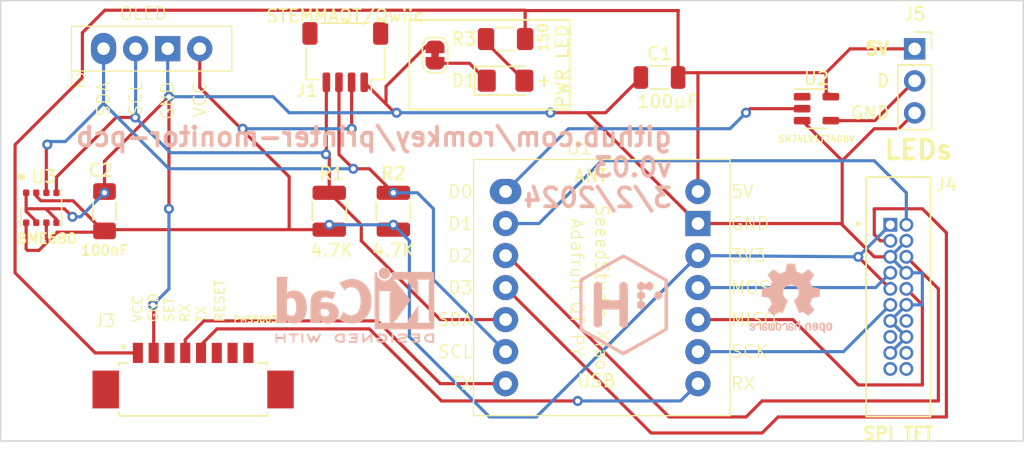
<source format=kicad_pcb>
(kicad_pcb (version 20240108) (generator "pcbnew") (generator_version "8.0")
  (layers (0 "F.Cu" signal) (31 "B.Cu" signal) (34 "B.Paste" user) (35 "F.Paste" user) (36 "B.SilkS" user "B.Silkscreen") (37 "F.SilkS" user "F.Silkscreen") (38 "B.Mask" user) (39 "F.Mask" user) (44 "Edge.Cuts" user))
  (net 0 "")
  (net 1 "+3.3V")
  (net 2 "GND")
  (net 3 "/SCL")
  (net 4 "/SDA")
  (net 5 "+5V")
  (net 6 "/PM_RX")
  (net 7 "/PM_TX")
  (net 8 "/LED_DATA")
  (net 9 "/D_CS")
  (net 10 "/D_DCRS")
  (net 11 "/D_RST")
  (net 12 "/SCK")
  (net 13 "/DI")
  (net 14 "/DO")
  (net 16 "Net-(J5-Pin_2)")
  (net 26 "Net-(D1-K)")
  (net 27 "Net-(D1-A)")
  (footprint "LED_SMD:LED_1206_3216Metric_Pad1.42x1.75mm_HandSolder" (layer "F.Cu") (at 77.47 31.75)
    (property "Reference" "D1" (at -3.302001 -0.000001 0) (layer "F.SilkS"))
    (property "Value" "LED" (hide yes))
    (pad "1" smd roundrect (at -1.4875 0) (size 1.425 1.75) (layers "F.Cu" "F.Paste" "F.Mask") (roundrect_rratio 0.175439) (net 26 "Net-(D1-K)"))
    (pad "2" smd roundrect (at 1.4875 0) (size 1.425 1.75) (layers "F.Cu" "F.Paste" "F.Mask") (roundrect_rratio 0.175439) (net 27 "Net-(D1-A)"))
  )
  (footprint "Package_LGA:Bosch_LGA-8_3x3mm_P0.8mm_ClockwisePinNumbering" (layer "F.Cu") (at 40.685 41.8275)
    (property "Reference" "U3" (at 0.209 -2.4575 0) (layer "F.SilkS"))
    (property "Value" "BME680" (at 0.438 2.45 0) (layer "F.SilkS") (effects (font (size 0.8 0.8))))
    (pad "1" smd roundrect (at -1.2 -1.1875) (size 0.5 0.525) (layers "F.Cu" "F.Paste" "F.Mask") (net 2 "GND"))
    (pad "2" smd roundrect (at -0.4 -1.1875) (size 0.5 0.525) (layers "F.Cu" "F.Paste" "F.Mask") (net 1 "+3.3V"))
    (pad "3" smd roundrect (at 0.4 -1.1875) (size 0.5 0.525) (layers "F.Cu" "F.Paste" "F.Mask") (net 4 "/SDA"))
    (pad "4" smd roundrect (at 1.2 -1.1875) (size 0.5 0.525) (layers "F.Cu" "F.Paste" "F.Mask") (net 3 "/SCL"))
    (pad "5" smd roundrect (at 1.2 1.1875) (size 0.5 0.525) (layers "F.Cu" "F.Paste" "F.Mask") (net 2 "GND"))
    (pad "6" smd roundrect (at 0.4 1.1875) (size 0.5 0.525) (layers "F.Cu" "F.Paste" "F.Mask") (net 1 "+3.3V"))
    (pad "7" smd roundrect (at -0.4 1.1875) (size 0.5 0.525) (layers "F.Cu" "F.Paste" "F.Mask") (net 2 "GND"))
    (pad "8" smd roundrect (at -1.2 1.1875) (size 0.5 0.525) (layers "F.Cu" "F.Paste" "F.Mask") (net 1 "+3.3V"))
  )
  (footprint "1myFootprints:Xiao ESP32S3" (layer "F.Cu") (at 82.55 60.86)
    (property "Reference" "U1" (at 0.762 -23.776 0) (layer "F.SilkS") (effects (font (thickness 0.1))))
    (property "Value" "~" (hide yes))
    (fp_text user "GND" (at 12.7 -17.78 0) (layer "F.SilkS") (effects (font (thickness 0.1)) (justify left)))
    (fp_text user "3V3" (at 12.7 -15.24 0) (layer "F.SilkS") (effects (font (thickness 0.1)) (justify left)))
    (fp_text user "MOSI" (at 12.7 -12.7 0) (layer "F.SilkS") (effects (font (thickness 0.1)) (justify left)))
    (fp_text user "SeeedStudio Xiao" (at 2.54 -12.7 -90) (layer "F.SilkS") (effects (font (thickness 0.1))))
    (fp_text user "D0" (at -7.62 -20.32 0) (layer "F.SilkS") (effects (font (thickness 0.1)) (justify right)))
    (fp_text user "SCL" (at -7.62 -7.62 0) (layer "F.SilkS") (effects (font (thickness 0.1)) (justify right)))
    (fp_text user "D3" (at -7.62 -12.7 0) (layer "F.SilkS") (effects (font (thickness 0.1)) (justify right)))
    (fp_text user "RX" (at 12.7 -5.08 0) (layer "F.SilkS") (effects (font (thickness 0.1)) (justify left)))
    (fp_text user "MISO" (at 12.7 -10.16 0) (layer "F.SilkS") (effects (font (thickness 0.1)) (justify left)))
    (fp_text user "SCK" (at 12.7 -7.62 0) (layer "F.SilkS") (effects (font (thickness 0.1)) (justify left)))
    (fp_text user "SDA" (at -7.62 -10.16 0) (layer "F.SilkS") (effects (font (thickness 0.1)) (justify right)))
    (fp_text user "D2" (at -7.62 -15.24 0) (layer "F.SilkS") (effects (font (thickness 0.1)) (justify right)))
    (fp_text user "TX" (at -7.62 -5.08 0) (layer "F.SilkS") (effects (font (thickness 0.1)) (justify right)))
    (fp_text user "D1" (at -7.62 -17.78 0) (layer "F.SilkS") (effects (font (thickness 0.1)) (justify right)))
    (fp_text user "Adafruit QT PY" (at 0 -12.7 -90) (layer "F.SilkS") (effects (font (thickness 0.1)) (justify bottom)))
    (fp_text user "5V" (at 12.7 -20.32 0) (layer "F.SilkS") (effects (font (thickness 0.1)) (justify left)))
    (pad "1" thru_hole oval (at -5.08 -20.32) (size 2.5 2) (drill 1) (layers "*.Cu" "*.Mask") (net 8 "/LED_DATA"))
    (pad "2" thru_hole circle (at -5.08 -17.78) (size 2 2) (drill 1) (layers "*.Cu" "*.Mask") (net 9 "/D_CS"))
    (pad "3" thru_hole circle (at -5.08 -15.24) (size 2 2) (drill 1) (layers "*.Cu" "*.Mask") (net 10 "/D_DCRS"))
    (pad "4" thru_hole circle (at -5.08 -12.7) (size 2 2) (drill 1) (layers "*.Cu" "*.Mask") (net 11 "/D_RST"))
    (pad "5" thru_hole circle (at -5.08 -10.16) (size 2 2) (drill 1) (layers "*.Cu" "*.Mask") (net 3 "/SCL"))
    (pad "6" thru_hole circle (at -5.08 -7.62) (size 2 2) (drill 1) (layers "*.Cu" "*.Mask") (net 4 "/SDA"))
    (pad "7" thru_hole circle (at -5.08 -5.08) (size 2 2) (drill 1) (layers "*.Cu" "*.Mask") (net 6 "/PM_RX"))
    (pad "8" thru_hole circle (at 10.16 -5.08) (size 2 2) (drill 1) (layers "*.Cu" "*.Mask") (net 7 "/PM_TX"))
    (pad "9" thru_hole circle (at 10.16 -7.62) (size 2 2) (drill 1) (layers "*.Cu" "*.Mask") (net 12 "/SCK"))
    (pad "10" thru_hole circle (at 10.16 -10.16) (size 2 2) (drill 1) (layers "*.Cu" "*.Mask") (net 13 "/DI"))
    (pad "11" thru_hole circle (at 10.16 -12.7) (size 2 2) (drill 1) (layers "*.Cu" "*.Mask") (net 14 "/DO"))
    (pad "12" thru_hole circle (at 10.16 -15.24) (size 2 2) (drill 1) (layers "*.Cu" "*.Mask") (net 1 "+3.3V"))
    (pad "13" thru_hole rect (at 10.16 -17.78) (size 2 2) (drill 1) (layers "*.Cu" "*.Mask") (net 2 "GND"))
    (pad "14" thru_hole circle (at 10.16 -20.32) (size 2 2) (drill 1) (layers "*.Cu" "*.Mask") (net 5 "+5V"))
  )
  (footprint "Capacitor_SMD:C_1206_3216Metric_Pad1.33x1.80mm_HandSolder" (layer "F.Cu") (at 45.695 42.1025 90)
    (property "Reference" "C2" (at 3.2405 -0.2925 0) (layer "F.SilkS"))
    (property "Value" "100nF" (at -3.1095 0 0) (layer "F.SilkS") (effects (font (size 0.8 0.8))))
    (pad "1" smd roundrect (at -1.5625 0 90) (size 1.325 1.8) (layers "F.Cu" "F.Paste" "F.Mask") (roundrect_rratio 0.188679) (net 1 "+3.3V"))
    (pad "2" smd roundrect (at 1.5625 0 90) (size 1.325 1.8) (layers "F.Cu" "F.Paste" "F.Mask") (roundrect_rratio 0.188679) (net 2 "GND"))
  )
  (footprint "1myFootprints:Generic I2C OLED" (layer "F.Cu") (at 58.32 29.21 90)
    (property "Reference" "J2" (at -2.54 -14.886 0) (layer "F.SilkS") (effects (font (thickness 0.1))))
    (property "Value" "~" (hide yes))
    (fp_text user "SCL" (at -2.54 -10.16 90) (layer "F.SilkS") (effects (font (thickness 0.1)) (justify right)))
    (fp_text user "OLED" (at 2.794 -9.552 0) (layer "F.SilkS") (effects (font (thickness 0.1))))
    (fp_text user "SDA" (at -2.54 -12.7 90) (layer "F.SilkS") (effects (font (thickness 0.1)) (justify right)))
    (fp_text user "GND" (at -2.54 -7.62 90) (layer "F.SilkS") (effects (font (thickness 0.1)) (justify right)))
    (fp_text user "VCC" (at -2.54 -5.08 90) (layer "F.SilkS") (effects (font (thickness 0.1)) (justify right)))
    (pad "1" thru_hole oval (at 0 -12.7 90) (size 2.5 2) (drill 1) (layers "*.Cu" "*.Mask") (net 4 "/SDA"))
    (pad "2" thru_hole circle (at 0 -10.16 90) (size 2 2) (drill 1) (layers "*.Cu" "*.Mask") (net 3 "/SCL"))
    (pad "3" thru_hole rect (at 0 -7.62 90) (size 2 2) (drill 1) (layers "*.Cu" "*.Mask") (net 2 "GND"))
    (pad "4" thru_hole circle (at 0 -5.08 90) (size 2 2) (drill 1) (layers "*.Cu" "*.Mask") (net 1 "+3.3V"))
  )
  (footprint "1myFootprints:PMS5003 Connector" (layer "F.Cu") (at 53.32 61.13)
    (property "Reference" "J3" (at -7.6 -10.33 0) (layer "F.SilkS") (effects (font (thickness 0.1))))
    (property "Value" "~" (hide yes))
    (fp_text user "SET" (at -2.5 -10.16 90) (layer "F.SilkS") (effects (font (size 0.75 0.75) (thickness 0.1)) (justify left)))
    (fp_text user "PMS5003" (at 2.54 -10.16 0) (layer "F.SilkS") (effects (font (size 0.5 0.5) (thickness 0.1)) (justify left bottom)))
    (fp_text user "VCC" (at -5 -10.16 90) (layer "F.SilkS") (effects (font (size 0.75 0.75) (thickness 0.1)) (justify left)))
    (fp_text user "RX" (at -1.25 -10.16 90) (layer "F.SilkS") (effects (font (size 0.75 0.75) (thickness 0.1)) (justify left)))
    (fp_text user "RESET" (at 1.5 -10.16 90) (layer "F.SilkS") (effects (font (size 0.75 0.75) (thickness 0.1)) (justify left)))
    (fp_text user "GND" (at -3.75 -10.16 90) (layer "F.SilkS") (effects (font (size 0.75 0.75) (thickness 0.1)) (justify left)))
    (fp_text user "TX" (at 0.5 -10.16 90) (layer "F.SilkS") (effects (font (size 0.75 0.75) (thickness 0.1)) (justify left bottom)))
    (pad "1" smd rect (at -4.98 -7.79) (size 0.8 1.6) (layers "F.Cu" "F.Paste" "F.Mask") (net 5 "+5V"))
    (pad "2" smd rect (at -3.73 -7.79) (size 0.8 1.6) (layers "F.Cu" "F.Paste" "F.Mask") (net 2 "GND"))
    (pad "3" smd rect (at -2.48 -7.79) (size 0.8 1.6) (layers "F.Cu" "F.Paste" "F.Mask"))
    (pad "4" smd rect (at -1.23 -7.79) (size 0.8 1.6) (layers "F.Cu" "F.Paste" "F.Mask") (net 6 "/PM_RX"))
    (pad "5" smd rect (at 0.02 -7.79) (size 0.8 1.6) (layers "F.Cu" "F.Paste" "F.Mask") (net 7 "/PM_TX"))
    (pad "6" smd rect (at 1.27 -7.79) (size 0.8 1.6) (layers "F.Cu" "F.Paste" "F.Mask"))
    (pad "7" smd rect (at 2.52 -7.79) (size 0.8 1.6) (layers "F.Cu" "F.Paste" "F.Mask"))
    (pad "8" smd rect (at 3.77 -7.79) (size 0.8 1.6) (layers "F.Cu" "F.Paste" "F.Mask"))
    (pad "S1" smd rect (at -7.53 -4.89) (size 2.1 3) (layers "F.Cu" "F.Paste" "F.Mask"))
    (pad "S2" smd rect (at 6.32 -4.89) (size 2.1 3) (layers "F.Cu" "F.Paste" "F.Mask"))
  )
  (footprint "Package_TO_SOT_SMD:SOT-23-5" (layer "F.Cu") (at 102.1025 33.97)
    (property "Reference" "U2" (at 0 -2.4 0) (layer "F.SilkS"))
    (property "Value" "SN74LV1T34DBV" (at 0 2.4 0) (layer "F.SilkS") (effects (font (size 0.5 0.5) (thickness 0.1) (bold yes))))
    (pad "1" smd roundrect (at -1.1375 -0.95) (size 1.325 0.6) (layers "F.Cu" "F.Paste" "F.Mask"))
    (pad "2" smd roundrect (at -1.1375 0) (size 1.325 0.6) (layers "F.Cu" "F.Paste" "F.Mask") (net 8 "/LED_DATA"))
    (pad "3" smd roundrect (at -1.1375 0.95) (size 1.325 0.6) (layers "F.Cu" "F.Paste" "F.Mask") (net 2 "GND"))
    (pad "4" smd roundrect (at 1.1375 0.95) (size 1.325 0.6) (layers "F.Cu" "F.Paste" "F.Mask") (net 16 "Net-(J5-Pin_2)"))
    (pad "5" smd roundrect (at 1.1375 -0.95) (size 1.325 0.6) (layers "F.Cu" "F.Paste" "F.Mask") (net 5 "+5V"))
  )
  (footprint "Resistor_SMD:R_1210_3225Metric" (layer "F.Cu") (at 63.5 42.1025 90)
    (property "Reference" "R1" (at 2.9865 0.1925 0) (layer "F.SilkS"))
    (property "Value" "4.7K" (at -3.1095 0.1925 0) (layer "F.SilkS"))
    (pad "1" smd roundrect (at -1.4625 0 90) (size 1.125 2.65) (layers "F.Cu" "F.Paste" "F.Mask") (roundrect_rratio 0.222222) (net 1 "+3.3V"))
    (pad "2" smd roundrect (at 1.4625 0 90) (size 1.125 2.65) (layers "F.Cu" "F.Paste" "F.Mask") (roundrect_rratio 0.222222) (net 3 "/SCL"))
  )
  (footprint "Resistor_SMD:R_1210_3225Metric" (layer "F.Cu") (at 68.58 42.1025 90)
    (property "Reference" "R2" (at 2.9865 0 0) (layer "F.SilkS"))
    (property "Value" "4.7K" (at -3.1095 0 0) (layer "F.SilkS"))
    (pad "1" smd roundrect (at -1.4625 0 90) (size 1.125 2.65) (layers "F.Cu" "F.Paste" "F.Mask") (roundrect_rratio 0.222222) (net 1 "+3.3V"))
    (pad "2" smd roundrect (at 1.4625 0 90) (size 1.125 2.65) (layers "F.Cu" "F.Paste" "F.Mask") (roundrect_rratio 0.222222) (net 4 "/SDA"))
  )
  (footprint "MountingHole:MountingHole_2.7mm_M2.5" (layer "F.Cu") (at 40.64 28.448)
    (property "Reference" "H1" (hide yes))
    (property "Value" "MountingHole" (hide yes))
    (pad "" np_thru_hole circle (at 0 0) (size 2.7 2.7) (drill 2.7) (layers "*.Cu" "*.Mask"))
  )
  (footprint "Jumper:SolderJumper-2_P1.3mm_Bridged_RoundedPad1.0x1.5mm" (layer "F.Cu") (at 71.882 29.718 90)
    (property "Reference" "U4" (hide yes))
    (property "Value" "~" (hide yes))
    (fp_poly (pts (xy 0.25 -0.3) (xy -0.25 -0.3) (xy -0.25 0.3) (xy 0.25 0.3)) (fill solid) (layer "F.Cu"))
    (pad "1" smd custom (at -0.65 0 90) (size 1 0.5) (layers "F.Cu" "F.Mask") (net 26 "Net-(D1-K)") (options (clearance outline) (anchor rect)) (primitives (gr_circle (center 0 0.25) (end 0.5 0.25) (width 0) (fill yes)) (gr_circle (center 0 -0.25) (end 0.5 -0.25) (width 0) (fill yes)) (gr_poly (pts (xy 0.5 0.75) (xy 0 0.75) (xy 0 -0.75) (xy 0.5 -0.75)) (width 0) (fill yes))))
    (pad "2" smd custom (at 0.65 0 90) (size 1 0.5) (layers "F.Cu" "F.Mask") (net 2 "GND") (options (clearance outline) (anchor rect)) (primitives (gr_circle (center 0 0.25) (end 0.5 0.25) (width 0) (fill yes)) (gr_circle (center 0 -0.25) (end 0.5 -0.25) (width 0) (fill yes)) (gr_poly (pts (xy 0 0.75) (xy -0.5 0.75) (xy -0.5 -0.75) (xy 0 -0.75)) (width 0) (fill yes))))
  )
  (footprint "Capacitor_SMD:C_1206_3216Metric" (layer "F.Cu") (at 89.662 31.496 180)
    (property "Reference" "C1" (at 0 1.905 180) (layer "F.SilkS"))
    (property "Value" "100µF" (at -0.635 -1.905 180) (layer "F.SilkS"))
    (pad "1" smd roundrect (at -1.475 0 180) (size 1.15 1.8) (layers "F.Cu" "F.Paste" "F.Mask") (roundrect_rratio 0.217391) (net 5 "+5V"))
    (pad "2" smd roundrect (at 1.475 0 180) (size 1.15 1.8) (layers "F.Cu" "F.Paste" "F.Mask") (roundrect_rratio 0.217391) (net 2 "GND"))
  )
  (footprint "1myFootprints:AMPHENOL_20021511-00020T4LF" (layer "F.Cu") (at 108.585 48.895 -90)
    (property "Reference" "J4" (at -8.89 -3.81 0) (layer "F.SilkS"))
    (property "Value" "Conn_01x20" (hide yes))
    (pad "1" thru_hole rect (at -5.715 0.635 270) (size 1.1 1.1) (drill 0.7) (layers "*.Cu") (net 1 "+3.3V"))
    (pad "2" thru_hole circle (at -5.715 -0.635 270) (size 1.1 1.1) (drill 0.7) (layers "*.Cu") (net 9 "/D_CS"))
    (pad "3" thru_hole circle (at -4.445 0.635 270) (size 1.1 1.1) (drill 0.7) (layers "*.Cu") (net 11 "/D_RST"))
    (pad "4" thru_hole circle (at -4.445 -0.635 270) (size 1.1 1.1) (drill 0.7) (layers "*.Cu") (net 2 "GND"))
    (pad "5" thru_hole circle (at -3.175 0.635 270) (size 1.1 1.1) (drill 0.7) (layers "*.Cu") (net 2 "GND"))
    (pad "6" thru_hole circle (at -3.175 -0.635 270) (size 1.1 1.1) (drill 0.7) (layers "*.Cu") (net 10 "/D_DCRS"))
    (pad "7" thru_hole circle (at -1.905 0.635 270) (size 1.1 1.1) (drill 0.7) (layers "*.Cu") (net 14 "/DO"))
    (pad "8" thru_hole circle (at -1.905 -0.635 270) (size 1.1 1.1) (drill 0.7) (layers "*.Cu") (net 2 "GND"))
    (pad "9" thru_hole circle (at -0.635 0.635 270) (size 1.1 1.1) (drill 0.7) (layers "*.Cu") (net 1 "+3.3V"))
    (pad "10" thru_hole circle (at -0.635 -0.635 270) (size 1.1 1.1) (drill 0.7) (layers "*.Cu") (net 13 "/DI"))
    (pad "11" thru_hole circle (at 0.635 0.635 270) (size 1.1 1.1) (drill 0.7) (layers "*.Cu") (net 12 "/SCK"))
    (pad "12" thru_hole circle (at 0.635 -0.635 270) (size 1.1 1.1) (drill 0.7) (layers "*.Cu") (net 2 "GND"))
    (pad "13" thru_hole circle (at 1.905 0.635 270) (size 1.1 1.1) (drill 0.7) (layers "*.Cu") (net 2 "GND"))
    (pad "14" thru_hole circle (at 1.905 -0.635 270) (size 1.1 1.1) (drill 0.7) (layers "*.Cu"))
    (pad "15" thru_hole circle (at 3.175 0.635 270) (size 1.1 1.1) (drill 0.7) (layers "*.Cu"))
    (pad "16" thru_hole circle (at 3.175 -0.635 270) (size 1.1 1.1) (drill 0.7) (layers "*.Cu") (net 2 "GND"))
    (pad "17" thru_hole circle (at 4.445 0.635 270) (size 1.1 1.1) (drill 0.7) (layers "*.Cu") (net 2 "GND"))
    (pad "18" thru_hole circle (at 4.445 -0.635 270) (size 1.1 1.1) (drill 0.7) (layers "*.Cu"))
    (pad "19" thru_hole circle (at 5.715 0.635 270) (size 1.1 1.1) (drill 0.7) (layers "*.Cu"))
    (pad "20" thru_hole circle (at 5.715 -0.635 270) (size 1.1 1.1) (drill 0.7) (layers "*.Cu"))
  )
  (footprint "MountingHole:MountingHole_2.7mm_M2.5" (layer "F.Cu") (at 115.57 57.404)
    (property "Reference" "H4" (hide yes))
    (property "Value" "MountingHole" (hide yes))
    (pad "" np_thru_hole circle (at 0 0) (size 2.7 2.7) (drill 2.7) (layers "*.Cu" "*.Mask"))
  )
  (footprint "Resistor_SMD:R_1206_3216Metric_Pad1.30x1.75mm_HandSolder" (layer "F.Cu") (at 77.47 28.448 180)
    (property "Reference" "R3" (at 3.302 0 180) (layer "F.SilkS"))
    (property "Value" "150" (at -2.9725 0.112 -90) (layer "F.SilkS") (effects (font (size 0.8 0.8))))
    (pad "1" smd roundrect (at -1.55 0 180) (size 1.3 1.75) (layers "F.Cu" "F.Paste" "F.Mask") (roundrect_rratio 0.192308) (net 5 "+5V"))
    (pad "2" smd roundrect (at 1.55 0 180) (size 1.3 1.75) (layers "F.Cu" "F.Paste" "F.Mask") (roundrect_rratio 0.192308) (net 27 "Net-(D1-A)"))
  )
  (footprint "MountingHole:MountingHole_2.7mm_M2.5" (layer "F.Cu") (at 40.64 57.15)
    (property "Reference" "H3" (hide yes))
    (property "Value" "MountingHole" (hide yes))
    (pad "" np_thru_hole circle (at 0 0) (size 2.7 2.7) (drill 2.7) (layers "*.Cu" "*.Mask"))
  )
  (footprint "MountingHole:MountingHole_2.7mm_M2.5" (layer "F.Cu") (at 115.57 28.448)
    (property "Reference" "H2" (hide yes))
    (property "Value" "MountingHole" (hide yes))
    (pad "" np_thru_hole circle (at 0 0) (size 2.7 2.7) (drill 2.7) (layers "*.Cu" "*.Mask"))
  )
  (footprint "Connector_PinSocket_2.54mm:PinSocket_1x03_P2.54mm_Vertical" (layer "F.Cu") (at 109.88 29.225)
    (property "Reference" "J5" (at 0 -2.77 0) (layer "F.SilkS"))
    (property "Value" "Conn_01x03" (hide yes))
    (pad "1" thru_hole rect (at 0 0) (size 1.7 1.7) (drill 1) (layers "*.Cu" "*.Mask") (net 5 "+5V"))
    (pad "2" thru_hole oval (at 0 2.54) (size 1.7 1.7) (drill 1) (layers "*.Cu" "*.Mask") (net 16 "Net-(J5-Pin_2)"))
    (pad "3" thru_hole oval (at 0 5.08) (size 1.7 1.7) (drill 1) (layers "*.Cu" "*.Mask") (net 2 "GND"))
  )
  (footprint "Connector_JST:JST_SH_SM04B-SRSS-TB_1x04-1MP_P1.00mm_Horizontal" (layer "F.Cu") (at 64.77 29.875 180)
    (property "Reference" "J1" (at 3.048 -2.637 0) (layer "F.SilkS"))
    (property "Value" "~" (hide yes))
    (pad "1" smd roundrect (at -1.5 -2 180) (size 0.6 1.55) (layers "F.Cu" "F.Paste" "F.Mask") (net 2 "GND"))
    (pad "2" smd roundrect (at -0.5 -2 180) (size 0.6 1.55) (layers "F.Cu" "F.Paste" "F.Mask") (net 1 "+3.3V"))
    (pad "3" smd roundrect (at 0.5 -2 180) (size 0.6 1.55) (layers "F.Cu" "F.Paste" "F.Mask") (net 4 "/SDA"))
    (pad "4" smd roundrect (at 1.5 -2 180) (size 0.6 1.55) (layers "F.Cu" "F.Paste" "F.Mask") (net 3 "/SCL"))
    (pad "MP" smd roundrect (at -2.8 1.875 180) (size 1.2 1.8) (layers "F.Cu" "F.Paste" "F.Mask") (roundrect_rratio 0.208333))
    (pad "MP" smd roundrect (at 2.8 1.875 180) (size 1.2 1.8) (layers "F.Cu" "F.Paste" "F.Mask") (roundrect_rratio 0.208333))
  )
  (footprint "Symbol:KiCad-Logo2_5mm_SilkScreen" (layer "B.Cu") (at 65.532 49.53 180)
    (property "Reference" "REF**" (hide yes))
    (property "Value" "KiCad-Logo2_5mm_SilkScreen" (hide yes))
  )
  (footprint "1myFootprints:CTRLH Logo" (layer "B.Cu") (at 86.995 49.53 180)
    (property "Reference" "REF**" (hide yes))
    (property "Value" "CTRLH Logo" (hide yes))
  )
  (footprint "1myFootprints:OSHW-Logo2_7.3x6mm_SilkScreen" (layer "B.Cu") (at 100.076 49.022 180)
    (property "Reference" "REF**" (hide yes))
    (property "Value" "OSHW-Logo2_7.3x6mm_SilkScreen" (hide yes))
  )
  (gr_circle (center 39.116 39.37) (end 39.316 39.37) (stroke (width 0.15)) (fill solid) (layer "F.SilkS"))
  (gr_rect (start 69.85 26.924) (end 82.55 34.036) (stroke (width 0.15)) (fill none) (layer "F.SilkS"))
  (gr_rect (start 37.465 25.4) (end 118.491 60.325) (stroke (width 0.1)) (fill none) (layer "Edge.Cuts"))
  (gr_text "github.com/romkey/printer-monitor-pcb\nv0.03\n3/2/2024" (at 90.805 41.91 0) (layer "B.SilkS") (effects (font (size 1.5 1.5) (thickness 0.3) (bold yes)) (justify left bottom mirror)))
  (gr_text "SPI TFT" (at 108.585 60.325 0) (layer "F.SilkS") (effects (font (size 1 1) (thickness 0.2) (bold yes)) (justify bottom)))
  (gr_text "PWR LED" (at 82.55 34.036 90) (layer "F.SilkS") (effects (font (size 1 1)) (justify left bottom)))
  (gr_text "5V" (at 107.975 29.225 0) (layer "F.SilkS") (effects (font (size 1 1) (thickness 0.25) (bold yes)) (justify right)))
  (gr_text "LEDs" (at 107.34 38.115 0) (layer "F.SilkS") (effects (font (size 1.5 1.5) (thickness 0.3) (bold yes)) (justify left bottom)))
  (gr_text "GND" (at 107.975 34.305 0) (layer "F.SilkS") (effects (font (size 1 1)) (justify right)))
  (gr_text "+" (at 81.026 32.512 90) (layer "F.SilkS") (effects (font (size 1 1)) (justify left bottom)))
  (gr_text "USB" (at 83.058 56.134 0) (layer "F.SilkS") (effects (font (size 1 1)) (justify left bottom)))
  (gr_text "D" (at 107.975 31.765 0) (layer "F.SilkS") (effects (font (size 1 1)) (justify right)))
  (gr_text "STEMMAQT/Qwiic" (at 64.77 27.19 0) (layer "F.SilkS") (effects (font (size 1 1)) (justify bottom)))
  (gr_text "ANT" (at 82.804 39.878 0) (layer "F.SilkS") (effects (font (size 1 1)) (justify left bottom)))
  (segment (start 41.25 44.45) (end 40.488 45.212) (width 0.25) (layer "F.Cu") (net 1))
  (segment (start 60.325 39.37) (end 60.325 43.565) (width 0.25) (layer "F.Cu") (net 1))
  (segment (start 53.24 29.21) (end 53.24 32.285) (width 0.25) (layer "F.Cu") (net 1))
  (segment (start 43.205 41.275) (end 45.695 43.765) (width 0.25) (layer "F.Cu") (net 1))
  (segment (start 41.085 44.285) (end 41.085 43.015) (width 0.25) (layer "F.Cu") (net 1))
  (segment (start 65.27 31.875) (end 65.27 35.552) (width 0.25) (layer "F.Cu") (net 1))
  (segment (start 60.194 43.565) (end 60.325 43.434) (width 0.25) (layer "F.Cu") (net 1))
  (segment (start 65.278 35.56) (end 65.27 35.552) (width 0.25) (layer "F.Cu") (net 1))
  (segment (start 56.769 35.814) (end 56.896 35.814) (width 0.25) (layer "F.Cu") (net 1))
  (segment (start 40.657501 41.275) (end 43.205 41.275) (width 0.25) (layer "F.Cu") (net 1))
  (segment (start 39.485 45.098) (end 39.485 43.015) (width 0.25) (layer "F.Cu") (net 1))
  (segment (start 41.25 44.45) (end 41.085 44.285) (width 0.25) (layer "F.Cu") (net 1))
  (segment (start 56.896 35.941) (end 60.325 39.37) (width 0.25) (layer "F.Cu") (net 1))
  (segment (start 41.935 43.765) (end 41.25 44.45) (width 0.25) (layer "F.Cu") (net 1))
  (segment (start 105.41 45.72) (end 107.95 48.26) (width 0.25) (layer "F.Cu") (net 1))
  (segment (start 40.285 40.902499) (end 40.657501 41.275) (width 0.25) (layer "F.Cu") (net 1))
  (segment (start 45.695 43.665) (end 45.795 43.565) (width 0.25) (layer "F.Cu") (net 1))
  (segment (start 53.24 32.285) (end 56.769 35.814) (width 0.25) (layer "F.Cu") (net 1))
  (segment (start 40.285 40.64) (end 40.285 40.902499) (width 0.25) (layer "F.Cu") (net 1))
  (segment (start 45.795 43.565) (end 60.194 43.565) (width 0.25) (layer "F.Cu") (net 1))
  (segment (start 40.488 45.212) (end 39.599 45.212) (width 0.25) (layer "F.Cu") (net 1))
  (segment (start 39.599 45.212) (end 39.485 45.098) (width 0.25) (layer "F.Cu") (net 1))
  (segment (start 45.695 43.765) (end 41.935 43.765) (width 0.25) (layer "F.Cu") (net 1))
  (segment (start 56.896 35.814) (end 56.896 35.941) (width 0.25) (layer "F.Cu") (net 1))
  (segment (start 63.5 43.565) (end 60.325 43.565) (width 0.25) (layer "F.Cu") (net 1))
  (via (at 63.5 43.18) (size 0.8) (drill 0.4) (layers "F.Cu" "B.Cu") (net 1))
  (via (at 65.278 35.56) (size 0.8) (drill 0.4) (layers "F.Cu" "B.Cu") (net 1))
  (via (at 68.58 43.18) (size 0.8) (drill 0.4) (layers "F.Cu" "B.Cu") (net 1))
  (via (at 105.41 45.72) (size 0.8) (drill 0.4) (layers "F.Cu" "B.Cu") (net 1))
  (via (at 56.642 35.56) (size 0.8) (drill 0.4) (layers "F.Cu" "B.Cu") (net 1))
  (segment (start 69.85 44.45) (end 68.58 43.18) (width 0.25) (layer "B.Cu") (net 1))
  (segment (start 69.85 52.07) (end 69.85 44.45) (width 0.25) (layer "B.Cu") (net 1))
  (segment (start 76.2 58.42) (end 69.85 52.07) (width 0.25) (layer "B.Cu") (net 1))
  (segment (start 92.71 45.62) (end 79.91 58.42) (width 0.25) (layer "B.Cu") (net 1))
  (segment (start 65.278 35.56) (end 56.642 35.56) (width 0.25) (layer "B.Cu") (net 1))
  (segment (start 79.91 58.42) (end 79.756 58.42) (width 0.25) (layer "B.Cu") (net 1))
  (segment (start 79.91 58.42) (end 76.2 58.42) (width 0.25) (layer "B.Cu") (net 1))
  (segment (start 105.41 45.72) (end 105.51 45.62) (width 0.25) (layer "B.Cu") (net 1))
  (segment (start 68.58 43.18) (end 63.5 43.18) (width 0.25) (layer "B.Cu") (net 1))
  (segment (start 105.51 45.62) (end 107.95 43.18) (width 0.25) (layer "B.Cu") (net 1))
  (segment (start 92.71 45.62) (end 105.41 45.72) (width 0.25) (layer "B.Cu") (net 1))
  (segment (start 39.485 41.91) (end 41.042499 41.91) (width 0.25) (layer "F.Cu") (net 2))
  (segment (start 92.71 43.08) (end 104.04 43.08) (width 0.25) (layer "F.Cu") (net 2))
  (segment (start 50.8 33.02) (end 50.8 41.91) (width 0.25) (layer "F.Cu") (net 2))
  (segment (start 104.14 43.18) (end 104.14 38.095) (width 0.25) (layer "F.Cu") (net 2))
  (segment (start 104.14 43.18) (end 106.68 45.72) (width 0.25) (layer "F.Cu") (net 2))
  (segment (start 41.885 42.752501) (end 41.885 43.015) (width 0.25) (layer "F.Cu") (net 2))
  (segment (start 85.393 34.29) (end 88.187 31.496) (width 0.25) (layer "F.Cu") (net 2))
  (segment (start 39.485 41.91) (end 39.485 42.11264) (width 0.25) (layer "F.Cu") (net 2))
  (segment (start 49.59 49.59) (end 49.59 53.34) (width 0.25) (layer "F.Cu") (net 2))
  (segment (start 81.026 34.29) (end 83.92 34.29) (width 0.25) (layer "F.Cu") (net 2))
  (segment (start 68.685 34.29) (end 68.834 34.29) (width 0.25) (layer "F.Cu") (net 2))
  (segment (start 67.9975 32.1975) (end 67.9975 33.6025) (width 0.25) (layer "F.Cu") (net 2))
  (segment (start 42.52 41.91) (end 43.155 42.545) (width 0.25) (layer "F.Cu") (net 2))
  (segment (start 39.485 40.64) (end 39.485 41.91) (width 0.25) (layer "F.Cu") (net 2))
  (segment (start 104.14 38.095) (end 106.675 35.56) (width 0.25) (layer "F.Cu") (net 2))
  (segment (start 83.92 34.29) (end 85.393 34.29) (width 0.25) (layer "F.Cu") (net 2))
  (segment (start 67.9975 33.6025) (end 68.685 34.29) (width 0.25) (layer "F.Cu") (net 2))
  (segment (start 45.695 38.125) (end 45.695 40.54) (width 0.25) (layer "F.Cu") (net 2))
  (segment (start 108.625 35.56) (end 109.88 34.305) (width 0.25) (layer "F.Cu") (net 2))
  (segment (start 41.042499 41.91) (end 42.52 41.91) (width 0.25) (layer "F.Cu") (net 2))
  (segment (start 71.127 29.068) (end 67.9975 32.1975) (width 0.25) (layer "F.Cu") (net 2))
  (segment (start 104.04 43.08) (end 104.14 43.18) (width 0.25) (layer "F.Cu") (net 2))
  (segment (start 71.882 29.068) (end 71.127 29.068) (width 0.25) (layer "F.Cu") (net 2))
  (segment (start 66.27 31.875) (end 67.9975 33.6025) (width 0.25) (layer "F.Cu") (net 2))
  (segment (start 50.8 33.02) (end 45.695 38.125) (width 0.25) (layer "F.Cu") (net 2))
  (segment (start 104.14 38.095) (end 100.965 34.92) (width 0.25) (layer "F.Cu") (net 2))
  (segment (start 106.68 45.72) (end 107.95 45.72) (width 0.25) (layer "F.Cu") (net 2))
  (segment (start 39.485 42.11264) (end 40.285 42.91264) (width 0.25) (layer "F.Cu") (net 2))
  (segment (start 49.53 49.53) (end 49.59 49.59) (width 0.25) (layer "F.Cu") (net 2))
  (segment (start 41.042499 41.91) (end 41.885 42.752501) (width 0.25) (layer "F.Cu") (net 2))
  (segment (start 106.675 35.56) (end 108.625 35.56) (width 0.25) (layer "F.Cu") (net 2))
  (segment (start 83.92 34.29) (end 92.71 43.08) (width 0.25) (layer "F.Cu") (net 2))
  (via (at 50.8 41.91) (size 0.8) (drill 0.4) (layers "F.Cu" "B.Cu") (net 2))
  (via (at 81.026 34.29) (size 0.8) (drill 0.4) (layers "F.Cu" "B.Cu") (net 2))
  (via (at 49.53 49.53) (size 0.8) (drill 0.4) (layers "F.Cu" "B.Cu") (net 2))
  (via (at 43.155 42.545) (size 0.8) (drill 0.4) (layers "F.Cu" "B.Cu") (net 2))
  (via (at 68.834 34.29) (size 0.8) (drill 0.4) (layers "F.Cu" "B.Cu") (net 2))
  (via (at 50.8 33.02) (size 0.8) (drill 0.4) (layers "F.Cu" "B.Cu") (net 2))
  (via (at 45.695 40.64) (size 0.8) (drill 0.4) (layers "F.Cu" "B.Cu") (net 2))
  (segment (start 43.79 42.545) (end 43.155 42.545) (width 0.25) (layer "B.Cu") (net 2))
  (segment (start 50.7 29.21) (end 50.7 32.92) (width 0.25) (layer "B.Cu") (net 2))
  (segment (start 109.22 44.45) (end 107.95 45.72) (width 0.25) (layer "B.Cu") (net 2))
  (segment (start 107.95 50.8) (end 109.22 52.07) (width 0.25) (layer "B.Cu") (net 2))
  (segment (start 109.22 46.99) (end 110.49 46.99) (width 0.25) (layer "B.Cu") (net 2))
  (segment (start 59.055 33.02) (end 50.8 33.02) (width 0.25) (layer "B.Cu") (net 2))
  (segment (start 50.8 41.91) (end 50.8 48.26) (width 0.25) (layer "B.Cu") (net 2))
  (segment (start 107.95 45.72) (end 109.22 46.99) (width 0.25) (layer "B.Cu") (net 2))
  (segment (start 110.49 46.99) (end 110.49 49.53) (width 0.25) (layer "B.Cu") (net 2))
  (segment (start 45.695 40.64) (end 43.79 42.545) (width 0.25) (layer "B.Cu") (net 2))
  (segment (start 60.325 34.29) (end 59.055 33.02) (width 0.25) (layer "B.Cu") (net 2))
  (segment (start 109.22 49.53) (end 107.95 50.8) (width 0.25) (layer "B.Cu") (net 2))
  (segment (start 50.8 48.26) (end 49.53 49.53) (width 0.25) (layer "B.Cu") (net 2))
  (segment (start 81.026 34.29) (end 60.325 34.29) (width 0.25) (layer "B.Cu") (net 2))
  (segment (start 50.7 32.92) (end 50.8 33.02) (width 0.25) (layer "B.Cu") (net 2))
  (segment (start 110.49 49.53) (end 109.22 49.53) (width 0.25) (layer "B.Cu") (net 2))
  (segment (start 109.22 52.07) (end 107.95 53.34) (width 0.25) (layer "B.Cu") (net 2))
  (segment (start 63.27 37.568) (end 63.27 31.875) (width 0.25) (layer "F.Cu") (net 3))
  (segment (start 66.04 44.45) (end 66.04 43.18) (width 0.25) (layer "F.Cu") (net 3))
  (segment (start 46.613653 34.666347) (end 48.128347 34.666347) (width 0.25) (layer "F.Cu") (net 3))
  (segment (start 72.29 50.7) (end 66.04 44.45) (width 0.25) (layer "F.Cu") (net 3))
  (segment (start 63.246 37.592) (end 63.27 37.568) (width 0.25) (layer "F.Cu") (net 3))
  (segment (start 63.246 37.592) (end 63.5 37.846) (width 0.25) (layer "F.Cu") (net 3))
  (segment (start 41.885 39.395) (end 46.613653 34.666347) (width 0.25) (layer "F.Cu") (net 3))
  (segment (start 41.885 40.64) (end 41.885 39.395) (width 0.25) (layer "F.Cu") (net 3))
  (segment (start 77.47 50.7) (end 72.29 50.7) (width 0.25) (layer "F.Cu") (net 3))
  (segment (start 63.5 37.846) (end 63.5 40.64) (width 0.25) (layer "F.Cu") (net 3))
  (segment (start 66.04 43.18) (end 63.5 40.64) (width 0.25) (layer "F.Cu") (net 3))
  (via (at 48.128347 34.666347) (size 0.8) (drill 0.4) (layers "F.Cu" "B.Cu") (net 3))
  (via (at 63.246 37.592) (size 0.8) (drill 0.4) (layers "F.Cu" "B.Cu") (net 3))
  (segment (start 63.246 37.592) (end 63.373 37.465) (width 0.25) (layer "B.Cu") (net 3))
  (segment (start 50.927 37.465) (end 63.119 37.465) (width 0.25) (layer "B.Cu") (net 3))
  (segment (start 48.128347 34.666347) (end 50.927 37.465) (width 0.25) (layer "B.Cu") (net 3))
  (segment (start 48.16 34.634694) (end 48.16 29.21) (width 0.25) (layer "B.Cu") (net 3))
  (segment (start 48.128347 34.666347) (end 48.16 34.634694) (width 0.25) (layer "B.Cu") (net 3))
  (segment (start 63.119 37.465) (end 63.246 37.592) (width 0.25) (layer "B.Cu") (net 3))
  (segment (start 65.405 38.735) (end 66.675 38.735) (width 0.25) (layer "F.Cu") (net 4))
  (segment (start 41.085 36.893) (end 41.085 40.64) (width 0.25) (layer "F.Cu") (net 4))
  (segment (start 64.27 37.6) (end 64.27 31.875) (width 0.25) (layer "F.Cu") (net 4))
  (segment (start 66.675 38.735) (end 68.58 40.64) (width 0.25) (layer "F.Cu") (net 4))
  (segment (start 65.27 38.87) (end 65.405 38.735) (width 0.25) (layer "F.Cu") (net 4))
  (segment (start 65.405 38.735) (end 64.27 37.6) (width 0.25) (layer "F.Cu") (net 4))
  (segment (start 41.1605 36.8175) (end 41.085 36.893) (width 0.25) (layer "F.Cu") (net 4))
  (via (at 68.58 40.64) (size 0.8) (drill 0.4) (layers "F.Cu" "B.Cu") (net 4))
  (via (at 41.1605 36.8175) (size 0.8) (drill 0.4) (layers "F.Cu" "B.Cu") (net 4))
  (via (at 65.405 38.735) (size 0.8) (drill 0.4) (layers "F.Cu" "B.Cu") (net 4))
  (segment (start 45.62 33.551) (end 45.62 29.21) (width 0.25) (layer "B.Cu") (net 4))
  (segment (start 70.485 40.64) (end 68.58 40.64) (width 0.25) (layer "B.Cu") (net 4))
  (segment (start 77.47 53.24) (end 71.755 47.525) (width 0.25) (layer "B.Cu") (net 4))
  (segment (start 71.755 47.525) (end 71.755 41.91) (width 0.25) (layer "B.Cu") (net 4))
  (segment (start 45.62 33.551) (end 50.804 38.735) (width 0.25) (layer "B.Cu") (net 4))
  (segment (start 71.755 41.91) (end 70.485 40.64) (width 0.25) (layer "B.Cu") (net 4))
  (segment (start 41.1605 36.8175) (end 41.402 36.576) (width 0.25) (layer "B.Cu") (net 4))
  (segment (start 50.804 38.735) (end 65.405 38.735) (width 0.25) (layer "B.Cu") (net 4))
  (segment (start 42.595 36.576) (end 45.62 33.551) (width 0.25) (layer "B.Cu") (net 4))
  (segment (start 41.402 36.576) (end 42.595 36.576) (width 0.25) (layer "B.Cu") (net 4))
  (segment (start 79.02 28.448) (end 79.02 26.188) (width 0.25) (layer "F.Cu") (net 5))
  (segment (start 48.34 53.34) (end 44.958 53.34) (width 0.25) (layer "F.Cu") (net 5))
  (segment (start 102.87 31.115) (end 104.76 29.225) (width 0.25) (layer "F.Cu") (net 5))
  (segment (start 91.137 31.496) (end 91.518 31.115) (width 0.25) (layer "F.Cu") (net 5))
  (segment (start 38.608 36.83) (end 43.942 31.496) (width 0.25) (layer "F.Cu") (net 5))
  (segment (start 91.16 26.188) (end 91.137 26.211) (width 0.25) (layer "F.Cu") (net 5))
  (segment (start 44.958 53.34) (end 38.608 46.99) (width 0.25) (layer "F.Cu") (net 5))
  (segment (start 92.71 40.54) (end 92.71 31.115) (width 0.25) (layer "F.Cu") (net 5))
  (segment (start 102.87 31.115) (end 102.87 32.65) (width 0.25) (layer "F.Cu") (net 5))
  (segment (start 104.76 29.225) (end 109.88 29.225) (width 0.25) (layer "F.Cu") (net 5))
  (segment (start 45.72 26.162) (end 78.994 26.162) (width 0.25) (layer "F.Cu") (net 5))
  (segment (start 79.02 26.188) (end 78.994 26.162) (width 0.25) (layer "F.Cu") (net 5))
  (segment (start 43.942 31.496) (end 43.942 27.94) (width 0.25) (layer "F.Cu") (net 5))
  (segment (start 102.87 32.65) (end 103.24 33.02) (width 0.25) (layer "F.Cu") (net 5))
  (segment (start 43.942 27.94) (end 45.72 26.162) (width 0.25) (layer "F.Cu") (net 5))
  (segment (start 79.02 26.188) (end 91.16 26.188) (width 0.25) (layer "F.Cu") (net 5))
  (segment (start 91.518 31.115) (end 102.87 31.115) (width 0.25) (layer "F.Cu") (net 5))
  (segment (start 38.608 46.99) (end 38.608 36.83) (width 0.25) (layer "F.Cu") (net 5))
  (segment (start 91.137 26.211) (end 91.137 31.496) (width 0.25) (layer "F.Cu") (net 5))
  (segment (start 53.58 50.8) (end 52.09 52.29) (width 0.25) (layer "F.Cu") (net 6))
  (segment (start 77.47 55.78) (end 72.29 55.78) (width 0.25) (layer "F.Cu") (net 6))
  (segment (start 67.31 50.8) (end 53.58 50.8) (width 0.25) (layer "F.Cu") (net 6))
  (segment (start 52.09 52.29) (end 52.09 53.34) (width 0.25) (layer "F.Cu") (net 6))
  (segment (start 72.29 55.78) (end 67.31 50.8) (width 0.25) (layer "F.Cu") (net 6))
  (segment (start 72.39 57.15) (end 83.185 57.15) (width 0.25) (layer "F.Cu") (net 7))
  (segment (start 54.61 51.435) (end 66.675 51.435) (width 0.25) (layer "F.Cu") (net 7))
  (segment (start 53.34 52.705) (end 54.61 51.435) (width 0.25) (layer "F.Cu") (net 7))
  (segment (start 66.675 51.435) (end 72.39 57.15) (width 0.25) (layer "F.Cu") (net 7))
  (via (at 83.185 57.15) (size 0.8) (drill 0.4) (layers "F.Cu" "B.Cu") (net 7))
  (segment (start 91.34 57.15) (end 92.71 55.78) (width 0.25) (layer "B.Cu") (net 7))
  (segment (start 83.185 57.15) (end 91.34 57.15) (width 0.25) (layer "B.Cu") (net 7))
  (segment (start 96.52 34.29) (end 96.84 33.97) (width 0.25) (layer "F.Cu") (net 8))
  (segment (start 96.84 33.97) (end 100.965 33.97) (width 0.25) (layer "F.Cu") (net 8))
  (via (at 96.52 34.29) (size 0.8) (drill 0.4) (layers "F.Cu" "B.Cu") (net 8))
  (segment (start 82.45 35.56) (end 82.55 35.56) (width 0.25) (layer "B.Cu") (net 8))
  (segment (start 77.47 40.54) (end 82.45 35.56) (width 0.25) (layer "B.Cu") (net 8))
  (segment (start 82.55 35.56) (end 95.25 35.56) (width 0.25) (layer "B.Cu") (net 8))
  (segment (start 95.25 35.56) (end 96.52 34.29) (width 0.25) (layer "B.Cu") (net 8))
  (segment (start 80.11 43.08) (end 85.09 38.1) (width 0.25) (layer "B.Cu") (net 9))
  (segment (start 106.68 38.1) (end 109.22 40.64) (width 0.25) (layer "B.Cu") (net 9))
  (segment (start 109.22 40.64) (end 109.22 43.18) (width 0.25) (layer "B.Cu") (net 9))
  (segment (start 77.47 43.08) (end 80.11 43.08) (width 0.25) (layer "B.Cu") (net 9))
  (segment (start 85.09 38.1) (end 106.68 38.1) (width 0.25) (layer "B.Cu") (net 9))
  (segment (start 90.424 58.42) (end 96.52 58.42) (width 0.25) (layer "F.Cu") (net 10))
  (segment (start 77.624 45.62) (end 90.424 58.42) (width 0.25) (layer "F.Cu") (net 10))
  (segment (start 111.76 48.26) (end 109.22 45.72) (width 0.25) (layer "F.Cu") (net 10))
  (segment (start 77.47 45.62) (end 77.624 45.62) (width 0.25) (layer "F.Cu") (net 10))
  (segment (start 111.76 57.15) (end 111.76 48.26) (width 0.25) (layer "F.Cu") (net 10))
  (segment (start 97.79 57.15) (end 111.76 57.15) (width 0.25) (layer "F.Cu") (net 10))
  (segment (start 96.52 58.42) (end 97.79 57.15) (width 0.25) (layer "F.Cu") (net 10))
  (segment (start 77.47 48.16) (end 89 59.69) (width 0.25) (layer "F.Cu") (net 11))
  (segment (start 112.395 58.42) (end 112.395 43.815) (width 0.25) (layer "F.Cu") (net 11))
  (segment (start 99.06 58.42) (end 112.395 58.42) (width 0.25) (layer "F.Cu") (net 11))
  (segment (start 106.68 41.91) (end 106.68 43.957817) (width 0.25) (layer "F.Cu") (net 11))
  (segment (start 107.172183 44.45) (end 107.95 44.45) (width 0.25) (layer "F.Cu") (net 11))
  (segment (start 110.49 41.91) (end 106.68 41.91) (width 0.25) (layer "F.Cu") (net 11))
  (segment (start 106.68 43.957817) (end 107.172183 44.45) (width 0.25) (layer "F.Cu") (net 11))
  (segment (start 112.395 43.815) (end 110.49 41.91) (width 0.25) (layer "F.Cu") (net 11))
  (segment (start 97.79 59.69) (end 99.06 58.42) (width 0.25) (layer "F.Cu") (net 11))
  (segment (start 89 59.69) (end 97.79 59.69) (width 0.25) (layer "F.Cu") (net 11))
  (segment (start 104.24 53.24) (end 107.95 49.53) (width 0.25) (layer "B.Cu") (net 12))
  (segment (start 92.71 53.24) (end 104.24 53.24) (width 0.25) (layer "B.Cu") (net 12))
  (segment (start 92.71 50.7) (end 100.23 50.7) (width 0.25) (layer "F.Cu") (net 13))
  (segment (start 110.49 49.53) (end 109.22 48.26) (width 0.25) (layer "F.Cu") (net 13))
  (segment (start 110.49 55.88) (end 110.49 49.53) (width 0.25) (layer "F.Cu") (net 13))
  (segment (start 100.23 50.7) (end 105.41 55.88) (width 0.25) (layer "F.Cu") (net 13))
  (segment (start 105.41 55.88) (end 110.49 55.88) (width 0.25) (layer "F.Cu") (net 13))
  (segment (start 106.78 48.16) (end 107.95 46.99) (width 0.25) (layer "B.Cu") (net 14))
  (segment (start 92.71 48.16) (end 106.78 48.16) (width 0.25) (layer "B.Cu") (net 14))
  (segment (start 103.24 34.92) (end 106.725 34.92) (width 0.25) (layer "F.Cu") (net 16))
  (segment (start 106.725 34.92) (end 109.88 31.765) (width 0.25) (layer "F.Cu") (net 16))
  (segment (start 74.6005 30.368) (end 75.9825 31.75) (width 0.25) (layer "F.Cu") (net 26))
  (segment (start 71.882 30.368) (end 74.6005 30.368) (width 0.25) (layer "F.Cu") (net 26))
  (segment (start 75.92 28.7125) (end 78.9575 31.75) (width 0.25) (layer "F.Cu") (net 27))
  (segment (start 75.92 28.448) (end 75.92 28.7125) (width 0.25) (layer "F.Cu") (net 27))
)
</source>
